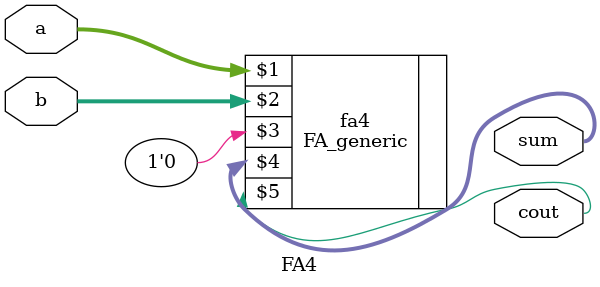
<source format=v>
module FA4 (a,b,sum,cout);
input [3:0] a,b;
output [3:0] sum;
output cout;

FA_generic #(.N(4)) fa4 (a,b,1'b0,sum,cout);
endmodule




</source>
